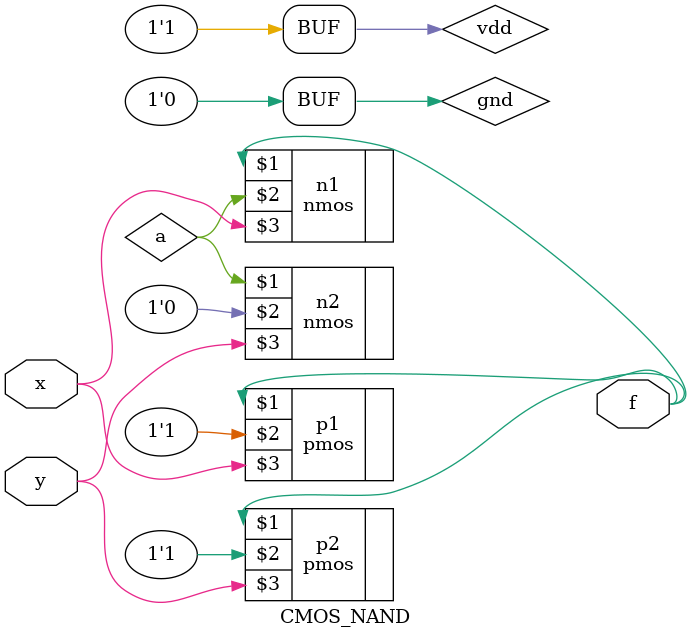
<source format=v>
`timescale 1ns / 1ps


module CMOS_NAND(input x,y,output f );
supply1 vdd; 
supply0 gnd; 
wire a; 
pmos p1 (f, vdd, x); 
pmos p2 (f, vdd, y); 
nmos n1 (f, a, x); 
nmos n2 (a, gnd, y);
endmodule

</source>
